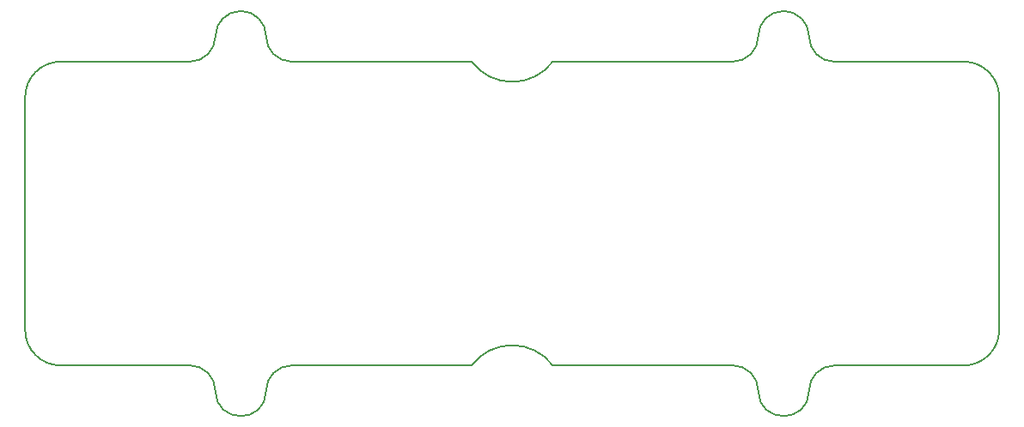
<source format=gbr>
G04 #@! TF.GenerationSoftware,KiCad,Pcbnew,(5.1.5-0-10_14)*
G04 #@! TF.CreationDate,2020-05-10T15:33:43-07:00*
G04 #@! TF.ProjectId,control_module,636f6e74-726f-46c5-9f6d-6f64756c652e,rev?*
G04 #@! TF.SameCoordinates,Original*
G04 #@! TF.FileFunction,Profile,NP*
%FSLAX46Y46*%
G04 Gerber Fmt 4.6, Leading zero omitted, Abs format (unit mm)*
G04 Created by KiCad (PCBNEW (5.1.5-0-10_14)) date 2020-05-10 15:33:43*
%MOMM*%
%LPD*%
G04 APERTURE LIST*
%ADD10C,0.150000*%
G04 APERTURE END LIST*
D10*
X148000000Y-53500000D02*
G75*
G03X144500000Y-50000000I-3500000J0D01*
G01*
X131750000Y-50000000D02*
X144500000Y-50000000D01*
X131750000Y-80000000D02*
X144500000Y-80000000D01*
X121750000Y-50000000D02*
G75*
G03X124250000Y-47500000I0J2500000D01*
G01*
X131750000Y-50000000D02*
G75*
G02X129250000Y-47500000I0J2500000D01*
G01*
X124250000Y-47500000D02*
G75*
G02X126750000Y-45000000I2500000J0D01*
G01*
X129250000Y-47500000D02*
G75*
G03X126750000Y-45000000I-2500000J0D01*
G01*
X129250000Y-82500000D02*
G75*
G02X131750000Y-80000000I2500000J0D01*
G01*
X129250000Y-82500000D02*
G75*
G02X124250000Y-82500000I-2500000J0D01*
G01*
X121750000Y-80000000D02*
G75*
G02X124250000Y-82500000I0J-2500000D01*
G01*
X148000000Y-53500000D02*
X148000000Y-76500000D01*
X78250000Y-80000000D02*
X96000000Y-80000000D01*
X75750000Y-82500000D02*
G75*
G02X78250000Y-80000000I2500000J0D01*
G01*
X68250000Y-80000000D02*
G75*
G02X70750000Y-82500000I0J-2500000D01*
G01*
X75750000Y-82500000D02*
G75*
G02X70750000Y-82500000I-2500000J0D01*
G01*
X104000000Y-80000000D02*
X121750000Y-80000000D01*
X104000000Y-80000000D02*
G75*
G03X100000000Y-78000000I-4000000J-3000000D01*
G01*
X100000000Y-78000000D02*
G75*
G03X96000000Y-80000000I0J-5000000D01*
G01*
X96000000Y-50000000D02*
X78250000Y-50000000D01*
X78250000Y-50000000D02*
G75*
G02X75750000Y-47500000I0J2500000D01*
G01*
X68250000Y-50000000D02*
G75*
G03X70750000Y-47500000I0J2500000D01*
G01*
X75750000Y-47500000D02*
G75*
G03X73250000Y-45000000I-2500000J0D01*
G01*
X70750000Y-47500000D02*
G75*
G02X73250000Y-45000000I2500000J0D01*
G01*
X121750000Y-50000000D02*
X104000000Y-50000000D01*
X68250000Y-50000000D02*
X55500000Y-50000000D01*
X96000000Y-50000000D02*
G75*
G03X100000000Y-52000000I4000000J3000000D01*
G01*
X104000000Y-50000000D02*
G75*
G02X100000000Y-52000000I-4000000J3000000D01*
G01*
X144500000Y-80000000D02*
G75*
G03X148000000Y-76500000I0J3500000D01*
G01*
X52000000Y-76500000D02*
G75*
G03X55500000Y-80000000I3500000J0D01*
G01*
X55500000Y-50000000D02*
G75*
G03X52000000Y-53500000I0J-3500000D01*
G01*
X55500000Y-80000000D02*
X68250000Y-80000000D01*
X52000000Y-53500000D02*
X52000000Y-76500000D01*
M02*

</source>
